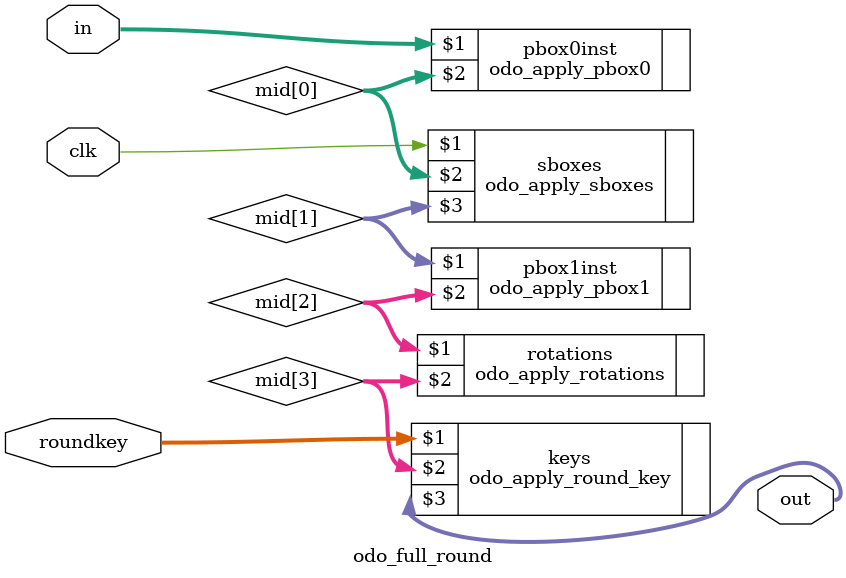
<source format=v>
module odo_full_round(clk, roundkey, in, out);
    input clk;
    input [9:0] roundkey;
    input [639:0] in;
    output [639:0] out;
    wire [639:0] mid[0:3];
    odo_apply_pbox0 pbox0inst(in, mid[0]);
    odo_apply_sboxes sboxes(clk, mid[0], mid[1]);
    odo_apply_pbox1 pbox1inst(mid[1], mid[2]);
    odo_apply_rotations rotations(mid[2], mid[3]);
    odo_apply_round_key keys(roundkey, mid[3], out);
endmodule


</source>
